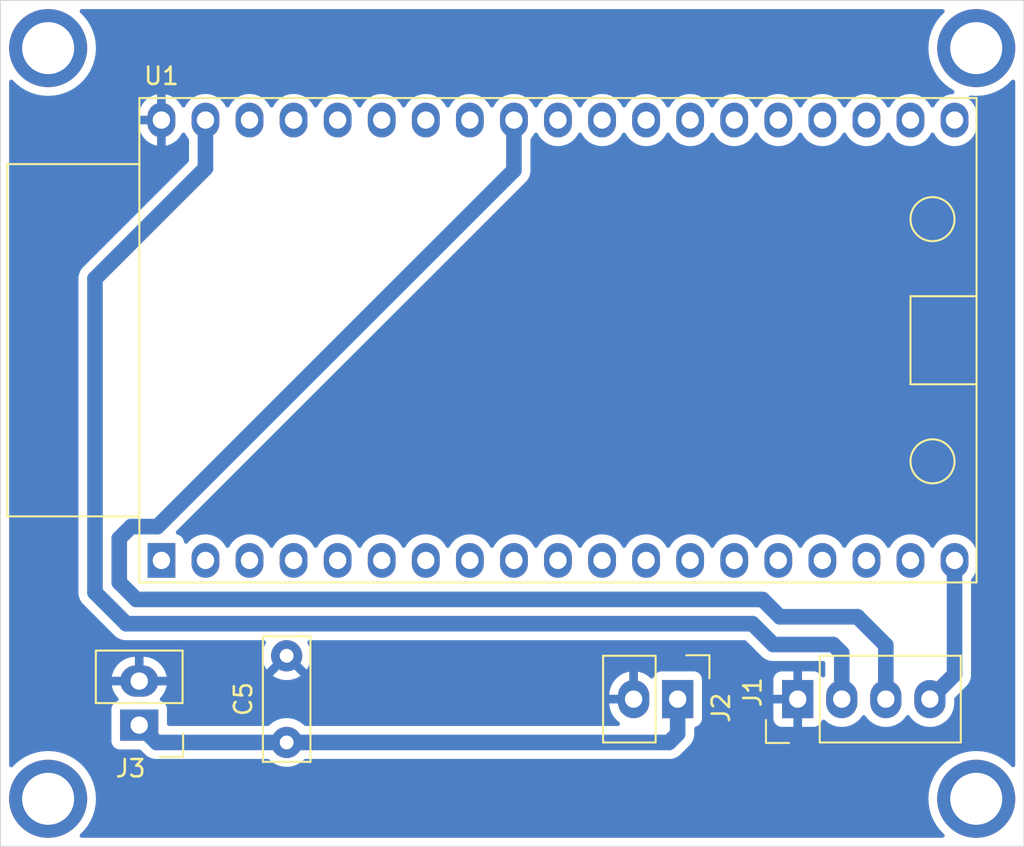
<source format=kicad_pcb>
(kicad_pcb (version 20240108) (generator "pcbnew") (generator_version "8.0")
  (layers (0 "F.Cu" signal) (31 "B.Cu" signal) (34 "B.Paste" user) (35 "F.Paste" user) (36 "B.SilkS" user "B.Silkscreen") (37 "F.SilkS" user "F.Silkscreen") (38 "B.Mask" user) (39 "F.Mask" user) (44 "Edge.Cuts" user))
  (net 0 "")
  (net 1 "5V+")
  (net 2 "GND")
  (net 3 "5V")
  (net 4 "CI")
  (net 5 "DI")
  (footprint "FootprintGamelGe2_v8.0:Autocom2" (layer "F.Cu") (at 180.04 109.5 -90)
    (property "Reference" "J2" (at 0.5 -2.5 90) (layer "F.SilkS"))
    (property "Value" "Autocom2")
    (fp_line (start -2.5 4.3) (end 2.5 4.3) (stroke (width 0.12)) (layer "F.SilkS"))
    (fp_line (start -2.5 1.3) (end -2.5 4.3) (stroke (width 0.12)) (layer "F.SilkS"))
    (fp_line (start -2.5 1.27) (end 2.5 1.27) (stroke (width 0.12)) (layer "F.SilkS"))
    (fp_line (start 2.5 1.27) (end 2.5 4.3) (stroke (width 0.12)) (layer "F.SilkS"))
    (fp_line (start -2.53 -0.5) (end -2.53 -1.83) (stroke (width 0.12)) (layer "F.SilkS"))
    (fp_line (start -2.53 -1.83) (end -1.2 -1.83) (stroke (width 0.12)) (layer "F.SilkS"))
    (pad "1" thru_hole rect (at 0 0 270) (size 2.2 1.8) (drill 1) (layers "*.Cu" "*.Mask") (net 1 "5V+"))
    (pad "2" thru_hole oval (at 0 2.54 270) (size 2.2 1.8) (drill 1) (layers "*.Cu" "*.Mask") (net 2 "GND"))
  )
  (footprint "FootprintGamelGe2_v8.0:Autocom4" (layer "F.Cu") (at 186.96 109.5 90)
    (property "Reference" "J1" (at 0.4 -2.6 90) (layer "F.SilkS"))
    (property "Value" "Autocom4")
    (fp_line (start -2.53 -1.83) (end -1.2 -1.83) (stroke (width 0.12)) (layer "F.SilkS"))
    (fp_line (start -2.53 -0.5) (end -2.53 -1.83) (stroke (width 0.12)) (layer "F.SilkS"))
    (fp_line (start -2.5 1.27) (end 2.5 1.27) (stroke (width 0.12)) (layer "F.SilkS"))
    (fp_line (start -2.5 1.27) (end -2.5 9.4) (stroke (width 0.12)) (layer "F.SilkS"))
    (fp_line (start 2.5 1.3) (end 2.5 9.4) (stroke (width 0.12)) (layer "F.SilkS"))
    (fp_line (start -2.5 9.4) (end 2.5 9.4) (stroke (width 0.12)) (layer "F.SilkS"))
    (pad "1" thru_hole rect (at 0 0 90) (size 2.2 1.8) (drill 1) (layers "*.Cu" "*.Mask") (net 2 "GND"))
    (pad "2" thru_hole oval (at 0 2.54 90) (size 2.2 1.8) (drill 1) (layers "*.Cu" "*.Mask") (net 5 "DI"))
    (pad "3" thru_hole oval (at 0 5.08 90) (size 2.2 1.8) (drill 1) (layers "*.Cu" "*.Mask") (net 4 "CI"))
    (pad "4" thru_hole oval (at 0 7.62 90) (size 2.2 1.8) (drill 1) (layers "*.Cu" "*.Mask") (net 3 "5V"))
  )
  (footprint "FootprintGamelGe2_v8.0:ESP32_Module_38_pins_28mm_Wide" (layer "F.Cu") (at 150.28 101.5)
    (property "Reference" "U1" (at 0 -27.94 0) (layer "F.SilkS"))
    (property "Value" "ESP32-WROOM-32")
    (fp_line (start -8.89 -22.86) (end -8.89 -2.54) (stroke (width 0.12)) (layer "F.SilkS"))
    (fp_line (start -8.89 -2.54) (end -1.27 -2.54) (stroke (width 0.12)) (layer "F.SilkS"))
    (fp_line (start -1.27 -26.67) (end 46.99 -26.67) (stroke (width 0.12)) (layer "F.SilkS"))
    (fp_line (start -1.27 -22.86) (end -8.89 -22.86) (stroke (width 0.12)) (layer "F.SilkS"))
    (fp_line (start -1.27 1.27) (end -1.27 -26.67) (stroke (width 0.12)) (layer "F.SilkS"))
    (fp_line (start 43.18 -15.24) (end 43.18 -10.16) (stroke (width 0.12)) (layer "F.SilkS"))
    (fp_line (start 43.18 -10.16) (end 46.99 -10.16) (stroke (width 0.12)) (layer "F.SilkS"))
    (fp_line (start 46.99 -26.67) (end 46.99 1.27) (stroke (width 0.12)) (layer "F.SilkS"))
    (fp_line (start 46.99 -15.24) (end 43.18 -15.24) (stroke (width 0.12)) (layer "F.SilkS"))
    (fp_line (start 46.99 1.27) (end -1.27 1.27) (stroke (width 0.12)) (layer "F.SilkS"))
    (fp_circle (center 44.45 -19.685) (end 45.72 -19.685) (stroke (width 0.12)) (fill none) (layer "F.SilkS"))
    (fp_circle (center 44.45 -5.715) (end 45.72 -5.715) (stroke (width 0.12)) (fill none) (layer "F.SilkS"))
    (pad "1" thru_hole rect (at 0 0) (size 1.6 2) (drill 1) (layers "*.Cu" "*.Mask"))
    (pad "2" thru_hole oval (at 2.54 0) (size 1.6 2) (drill 1) (layers "*.Cu" "*.Mask"))
    (pad "3" thru_hole oval (at 5.08 0) (size 1.6 2) (drill 1) (layers "*.Cu" "*.Mask"))
    (pad "4" thru_hole oval (at 7.62 0) (size 1.6 2) (drill 1) (layers "*.Cu" "*.Mask"))
    (pad "5" thru_hole oval (at 10.16 0) (size 1.6 2) (drill 1) (layers "*.Cu" "*.Mask"))
    (pad "6" thru_hole oval (at 12.7 0) (size 1.6 2) (drill 1) (layers "*.Cu" "*.Mask"))
    (pad "7" thru_hole oval (at 15.24 0) (size 1.6 2) (drill 1) (layers "*.Cu" "*.Mask"))
    (pad "8" thru_hole oval (at 17.78 0) (size 1.6 2) (drill 1) (layers "*.Cu" "*.Mask"))
    (pad "9" thru_hole oval (at 20.32 0) (size 1.6 2) (drill 1) (layers "*.Cu" "*.Mask"))
    (pad "10" thru_hole oval (at 22.86 0) (size 1.6 2) (drill 1) (layers "*.Cu" "*.Mask"))
    (pad "11" thru_hole oval (at 25.4 0) (size 1.6 2) (drill 1) (layers "*.Cu" "*.Mask"))
    (pad "12" thru_hole oval (at 27.94 0) (size 1.6 2) (drill 1) (layers "*.Cu" "*.Mask"))
    (pad "13" thru_hole oval (at 30.48 0) (size 1.6 2) (drill 1) (layers "*.Cu" "*.Mask"))
    (pad "14" thru_hole oval (at 33.02 0) (size 1.6 2) (drill 1) (layers "*.Cu" "*.Mask"))
    (pad "15" thru_hole oval (at 35.56 0) (size 1.6 2) (drill 1) (layers "*.Cu" "*.Mask"))
    (pad "16" thru_hole oval (at 38.1 0) (size 1.6 2) (drill 1) (layers "*.Cu" "*.Mask"))
    (pad "17" thru_hole oval (at 40.64 0) (size 1.6 2) (drill 1) (layers "*.Cu" "*.Mask"))
    (pad "18" thru_hole oval (at 43.18 0) (size 1.6 2) (drill 1) (layers "*.Cu" "*.Mask"))
    (pad "19" thru_hole oval (at 45.72 0) (size 1.6 2) (drill 1) (layers "*.Cu" "*.Mask") (net 3 "5V"))
    (pad "20" thru_hole oval (at 45.72 -25.4) (size 1.6 2) (drill 1) (layers "*.Cu" "*.Mask"))
    (pad "21" thru_hole oval (at 43.18 -25.4) (size 1.6 2) (drill 1) (layers "*.Cu" "*.Mask"))
    (pad "22" thru_hole oval (at 40.64 -25.4) (size 1.6 2) (drill 1) (layers "*.Cu" "*.Mask"))
    (pad "23" thru_hole oval (at 38.1 -25.4) (size 1.6 2) (drill 1) (layers "*.Cu" "*.Mask"))
    (pad "24" thru_hole oval (at 35.56 -25.4) (size 1.6 2) (drill 1) (layers "*.Cu" "*.Mask"))
    (pad "25" thru_hole oval (at 33.02 -25.4) (size 1.6 2) (drill 1) (layers "*.Cu" "*.Mask"))
    (pad "26" thru_hole oval (at 30.48 -25.4) (size 1.6 2) (drill 1) (layers "*.Cu" "*.Mask"))
    (pad "27" thru_hole oval (at 27.94 -25.4) (size 1.6 2) (drill 1) (layers "*.Cu" "*.Mask"))
    (pad "28" thru_hole oval (at 25.4 -25.4) (size 1.6 2) (drill 1) (layers "*.Cu" "*.Mask"))
    (pad "29" thru_hole oval (at 22.86 -25.4) (size 1.6 2) (drill 1) (layers "*.Cu" "*.Mask"))
    (pad "30" thru_hole oval (at 20.32 -25.4) (size 1.6 2) (drill 1) (layers "*.Cu" "*.Mask") (net 4 "CI"))
    (pad "31" thru_hole oval (at 17.78 -25.4) (size 1.6 2) (drill 1) (layers "*.Cu" "*.Mask"))
    (pad "32" thru_hole oval (at 15.24 -25.4) (size 1.6 2) (drill 1) (layers "*.Cu" "*.Mask"))
    (pad "33" thru_hole oval (at 12.7 -25.4) (size 1.6 2) (drill 1) (layers "*.Cu" "*.Mask"))
    (pad "34" thru_hole oval (at 10.16 -25.4) (size 1.6 2) (drill 1) (layers "*.Cu" "*.Mask"))
    (pad "35" thru_hole oval (at 7.62 -25.4) (size 1.6 2) (drill 1) (layers "*.Cu" "*.Mask"))
    (pad "36" thru_hole oval (at 5.08 -25.4) (size 1.6 2) (drill 1) (layers "*.Cu" "*.Mask"))
    (pad "37" thru_hole oval (at 2.54 -25.4) (size 1.6 2) (drill 1) (layers "*.Cu" "*.Mask") (net 5 "DI"))
    (pad "38" thru_hole oval (at 0 -25.4) (size 1.6 2) (drill 1) (layers "*.Cu" "*.Mask") (net 2 "GND"))
  )
  (footprint "FootprintGamelGe2_v8.0:C_Rect_L7.0mm_W2.5mm_P5.00mm" (layer "F.Cu") (at 157.5 112 90)
    (property "Reference" "C5" (at 2.5 -2.5 90) (layer "F.SilkS"))
    (property "Value" "C")
    (fp_line (start 6.12 -1.37) (end 6.12 1.37) (stroke (width 0.12)) (layer "F.SilkS"))
    (fp_line (start -1.12 -1.37) (end 6.12 -1.37) (stroke (width 0.12)) (layer "F.SilkS"))
    (fp_line (start -1.12 -1.37) (end -1.12 1.37) (stroke (width 0.12)) (layer "F.SilkS"))
    (fp_line (start -1.12 1.37) (end 6.12 1.37) (stroke (width 0.12)) (layer "F.SilkS"))
    (pad "1" thru_hole circle (at 0 0 90) (size 1.8 1.8) (drill 0.8) (layers "*.Cu" "*.Mask") (net 1 "5V+"))
    (pad "2" thru_hole circle (at 5 0 90) (size 1.8 1.8) (drill 0.8) (layers "*.Cu" "*.Mask") (net 2 "GND"))
  )
  (footprint "FootprintGamelGe2_v8.0:Autocom2" (layer "F.Cu") (at 149 111 180)
    (property "Reference" "J3" (at 0.5 -2.5 0) (layer "F.SilkS"))
    (property "Value" "Autocom2")
    (fp_line (start 2.5 1.27) (end 2.5 4.3) (stroke (width 0.12)) (layer "F.SilkS"))
    (fp_line (start -2.5 4.3) (end 2.5 4.3) (stroke (width 0.12)) (layer "F.SilkS"))
    (fp_line (start -2.5 1.3) (end -2.5 4.3) (stroke (width 0.12)) (layer "F.SilkS"))
    (fp_line (start -2.5 1.27) (end 2.5 1.27) (stroke (width 0.12)) (layer "F.SilkS"))
    (fp_line (start -2.53 -0.5) (end -2.53 -1.83) (stroke (width 0.12)) (layer "F.SilkS"))
    (fp_line (start -2.53 -1.83) (end -1.2 -1.83) (stroke (width 0.12)) (layer "F.SilkS"))
    (pad "1" thru_hole rect (at 0 0 180) (size 2.2 1.8) (drill 1) (layers "*.Cu" "*.Mask") (net 1 "5V+"))
    (pad "2" thru_hole oval (at 0 2.54 180) (size 2.2 1.8) (drill 1) (layers "*.Cu" "*.Mask") (net 2 "GND"))
  )
  (gr_line (start 141 69.2) (end 200 69.2) (stroke (width 0.05)) (layer "Edge.Cuts"))
  (gr_line (start 141 118) (end 141 69.2) (stroke (width 0.05)) (layer "Edge.Cuts"))
  (gr_line (start 200 69.2) (end 200 118) (stroke (width 0.05)) (layer "Edge.Cuts"))
  (gr_line (start 200 118) (end 141 118) (stroke (width 0.05)) (layer "Edge.Cuts"))
  (via (at 197.25 71.95) (size 4.5) (drill 3) (layers "F.Cu" "B.Cu") (net 0))
  (via (at 143.75 115.25) (size 4.5) (drill 3) (layers "F.Cu" "B.Cu") (net 0))
  (segment (start 149 111) (end 150 112) (width 0.9) (layer "B.Cu") (net 1))
  (segment (start 180.04 111.5) (end 180.04 109.5) (width 0.9) (layer "B.Cu") (net 1))
  (segment (start 150 112) (end 157.5 112) (width 0.9) (layer "B.Cu") (net 1))
  (segment (start 179.54 112) (end 180.04 111.5) (width 0.9) (layer "B.Cu") (net 1))
  (segment (start 157.5 112) (end 179.54 112) (width 0.9) (layer "B.Cu") (net 1))
  (segment (start 196 108.08) (end 196 101.5) (width 0.9) (layer "B.Cu") (net 3))
  (segment (start 194.58 109.5) (end 196 108.08) (width 0.9) (layer "B.Cu") (net 3))
  (segment (start 192.04 106.39) (end 190.4 104.75) (width 0.9) (layer "B.Cu") (net 4))
  (segment (start 190.4 104.75) (end 185.929898 104.75) (width 0.9) (layer "B.Cu") (net 4))
  (segment (start 147.85 100.23) (end 148.53 99.55) (width 0.9) (layer "B.Cu") (net 4))
  (segment (start 192.04 109.5) (end 192.04 106.39) (width 0.9) (layer "B.Cu") (net 4))
  (segment (start 148.83 103.75) (end 147.85 102.77) (width 0.9) (layer "B.Cu") (net 4))
  (segment (start 150.05 99.55) (end 170.6 79) (width 0.9) (layer "B.Cu") (net 4))
  (segment (start 170.6 79) (end 170.6 76.1) (width 0.9) (layer "B.Cu") (net 4))
  (segment (start 148.53 99.55) (end 150.05 99.55) (width 0.9) (layer "B.Cu") (net 4))
  (segment (start 184.929898 103.75) (end 148.83 103.75) (width 0.9) (layer "B.Cu") (net 4))
  (segment (start 147.85 102.77) (end 147.85 100.23) (width 0.9) (layer "B.Cu") (net 4))
  (segment (start 185.929898 104.75) (end 184.929898 103.75) (width 0.9) (layer "B.Cu") (net 4))
  (via (at 197.25 115.25) (size 4.5) (drill 3) (layers "F.Cu" "B.Cu") (net 5))
  (via (at 143.75 71.95) (size 4.5) (drill 3) (layers "F.Cu" "B.Cu") (net 5))
  (segment (start 189 106.35) (end 185.55 106.35) (width 0.9) (layer "B.Cu") (net 5))
  (segment (start 152.82 78.88) (end 152.82 76.1) (width 0.9) (layer "B.Cu") (net 5))
  (segment (start 146.45 85.25) (end 152.82 78.88) (width 0.9) (layer "B.Cu") (net 5))
  (segment (start 189.5 106.85) (end 189 106.35) (width 0.9) (layer "B.Cu") (net 5))
  (segment (start 148.250101 105.15) (end 146.45 103.349899) (width 0.9) (layer "B.Cu") (net 5))
  (segment (start 184.35 105.15) (end 148.250101 105.15) (width 0.9) (layer "B.Cu") (net 5))
  (segment (start 146.45 103.349899) (end 146.45 85.25) (width 0.9) (layer "B.Cu") (net 5))
  (segment (start 189.5 109.5) (end 189.5 106.85) (width 0.9) (layer "B.Cu") (net 5))
  (segment (start 185.55 106.35) (end 184.35 105.15) (width 0.9) (layer "B.Cu") (net 5))
  (zone (net 2) (net_name "GND") (layer "B.Cu") (connect_pads (clearance 0.5)) (min_thickness 0.25) (fill yes (thermal_gap 0.5) (thermal_bridge_width 0.5))
    (polygon (pts (xy 141 69.2) (xy 200 69.2) (xy 200 118) (xy 141 118)))
  )
)
</source>
